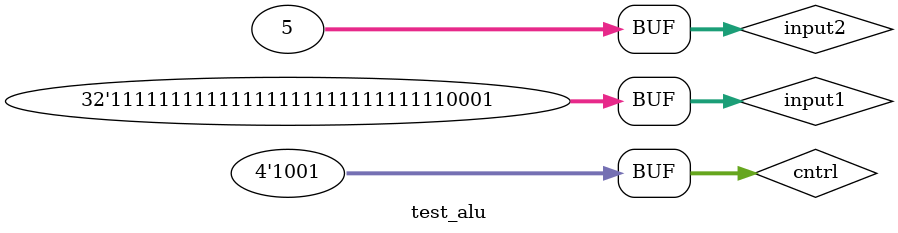
<source format=v>
module alu (
	input [31:0] r1,
	input [31:0] r2,
	input [3:0] control,
	output [31:0] result,
	output zero
);

integer in1, in2, out;
reg zero;

always @(*) 
	begin
		zero = 1'b0;
		in1 = r1;
		in2 = r2;
		case(control)
			4'b0000: out = in1 + in2; //ADD and ADDI also LB, LW, SB ,SW
			4'b0001: out = in1 & in2; //AND and ANDI
			4'b0010: out = in1 | in2; //OR and ORI
			4'b0011: out = in1 << in2; //SLL, in1 shifted left by in2 amount
			4'b0100: out = (in1 < in2) ? 1 : 0; //SLT and SLTI, set on less than, output is set to 1 if in1<in2 else 0
			4'b0101: out = in1 >> in2; //SRL, in1 shifted right by in2 amount
			4'b0110: out = in1 - in2; //SUB
			4'b0111: out = in1 ^ in2; //XOR and XORI
			4'b1000: begin //BEQ, zero flag is 1 if branch is true i.e., if both inputs are equal
						if (in1 == in2) zero = 1'b1;
						else zero = 1'b0;
					  end
			4'b1001: begin //BNE, zero flag is 1 if branch is true i.e., if both inputs are not equal
						if (in1 != in2) zero = 1'b1;
						else zero = 1'b0;
					  end
			default: out = 0;
		endcase
	end
	assign result = out;
endmodule

module test_alu ();
	integer input1, input2;
	reg [3:0] cntrl;
	wire [31:0] outp; 
	wire zer;
	alu A(input1, input2, cntrl, outp, zer);
	
	initial
		begin
			#10 input1 = -15;
			#10 input2 = 5;
			#10 cntrl = 4'b0000;
			#10 cntrl = 4'b0001;
			#10 cntrl = 4'b0010;
			#10 cntrl = 4'b0011;
			#10 cntrl = 4'b0100;
			#10 cntrl = 4'b0101;
			#10 cntrl = 4'b0110;
			#10 cntrl = 4'b0111;
			#10 cntrl = 4'b1000;
			#10 cntrl = 4'b1001;
		end
	initial $monitor("Result: %b", outp);
endmodule
</source>
